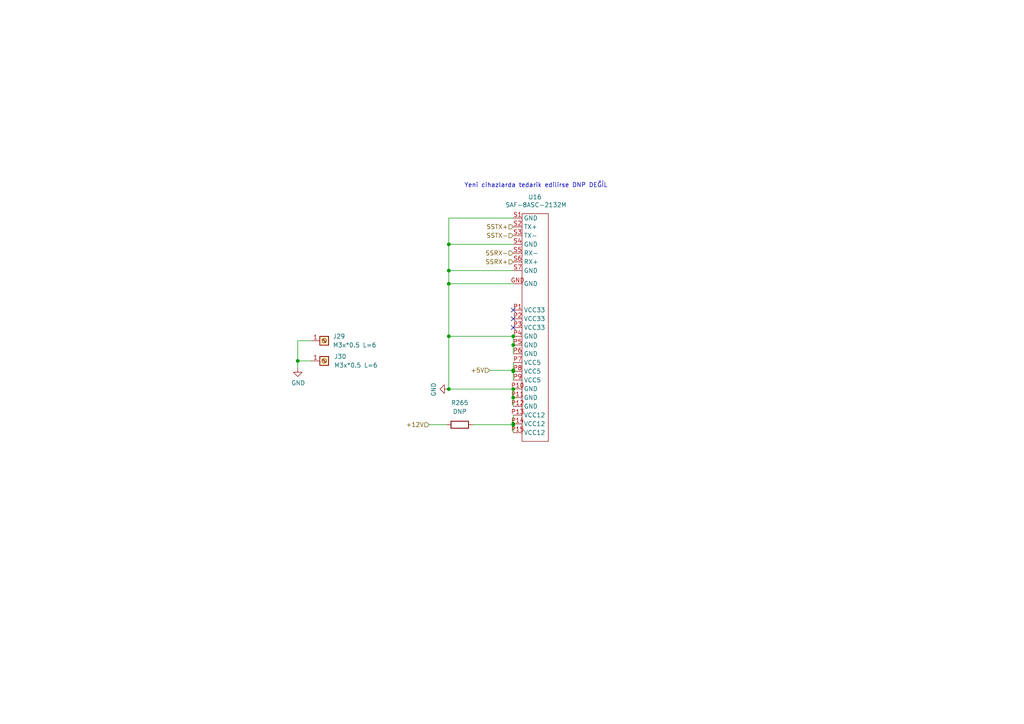
<source format=kicad_sch>
(kicad_sch (version 20231120) (generator "eeschema") (generator_version "8.0")
  (paper "A4")
  (lib_symbols
    (symbol "Connector:Screw_Terminal_01x01" (pin_names (offset 1.016) hide)
      (property "Reference" "J29" (at 2.4847 1.2701 0))
      (property "Value" "M3x*0.5 L=6" (at 2.4847 -1.2699 0))
      (symbol "Screw_Terminal_01x01_1_1"
        (rectangle (start -1.27 1.27) (end 1.27 -1.27) (stroke (width 0.254)) (fill (type background)))
        (polyline (pts (xy -0.5334 0.3302) (xy 0.3302 -0.508)) (stroke (width 0.1524)))
        (polyline (pts (xy -0.3556 0.508) (xy 0.508 -0.3302)) (stroke (width 0.1524)))
        (circle (center 0 0) (radius 0.635) (stroke (width 0.1524)))
        (pin input line (at -3.81 0 0) (length 2.54) (name "1") (number "1"))
      )
    )
    (symbol "Device:R" (pin_numbers hide) (pin_names (offset 0))
      (property "Reference" "R" (at 2.032 0 90))
      (property "Value" "R" (at 0 0 90))
      (symbol "R_0_1"
        (rectangle (start -1.016 -2.54) (end 1.016 2.54) (stroke (width 0.254)))
      )
      (symbol "R_1_1"
        (pin passive line (at 0 3.81 270) (length 1.27) (name "~") (number "1"))
        (pin passive line (at 0 -3.81 90) (length 1.27) (name "~") (number "2"))
      )
    )
    (symbol "SATA:SATA"
      (property "Reference" "U16" (at -1.8016 9.6551 0))
      (property "Value" "5622-1200-ML" (at 1.5004 7.6231 0))
      (symbol "SATA_0_1"
        (rectangle (start -2.54 5.08) (end 5.08 -60.96))
      )
      (symbol "SATA_1_1"
        (pin input line (at -5.08 -15.24 0) (length 2.54) (name "GND") (number "GND"))
        (pin input line (at -5.08 -22.86 0) (length 2.54) (name "VCC33") (number "P1"))
        (pin input line (at -5.08 -45.72 0) (length 2.54) (name "GND") (number "P10"))
        (pin input line (at -5.08 -48.26 0) (length 2.54) (name "GND") (number "P11"))
        (pin input line (at -5.08 -50.8 0) (length 2.54) (name "GND") (number "P12"))
        (pin input line (at -5.08 -53.34 0) (length 2.54) (name "VCC12") (number "P13"))
        (pin input line (at -5.08 -55.88 0) (length 2.54) (name "VCC12") (number "P14"))
        (pin input line (at -5.08 -58.42 0) (length 2.54) (name "VCC12") (number "P15"))
        (pin input line (at -5.08 -25.4 0) (length 2.54) (name "VCC33") (number "P2"))
        (pin input line (at -5.08 -27.94 0) (length 2.54) (name "VCC33") (number "P3"))
        (pin input line (at -5.08 -30.48 0) (length 2.54) (name "GND") (number "P4"))
        (pin input line (at -5.08 -33.02 0) (length 2.54) (name "GND") (number "P5"))
        (pin input line (at -5.08 -35.56 0) (length 2.54) (name "GND") (number "P6"))
        (pin input line (at -5.08 -38.1 0) (length 2.54) (name "VCC5") (number "P7"))
        (pin input line (at -5.08 -40.64 0) (length 2.54) (name "VCC5") (number "P8"))
        (pin input line (at -5.08 -43.18 0) (length 2.54) (name "VCC5") (number "P9"))
        (pin input line (at -5.08 3.81 0) (length 2.54) (name "GND") (number "S1"))
        (pin input line (at -5.08 1.27 0) (length 2.54) (name "TX+") (number "S2"))
        (pin input line (at -5.08 -1.27 0) (length 2.54) (name "TX-") (number "S3"))
        (pin input line (at -5.08 -3.81 0) (length 2.54) (name "GND") (number "S4"))
        (pin input line (at -5.08 -6.35 0) (length 2.54) (name "RX-") (number "S5"))
        (pin input line (at -5.08 -8.89 0) (length 2.54) (name "RX+") (number "S6"))
        (pin input line (at -5.08 -11.43 0) (length 2.54) (name "GND") (number "S7"))
      )
    )
    (symbol "Screw_Terminal_01x01_1" (pin_names (offset 1.016) hide)
      (property "Reference" "J30" (at 2.8515 1.2701 0))
      (property "Value" "M3x*0.5 L=6" (at 2.8515 -1.2699 0))
      (symbol "Screw_Terminal_01x01_1_1_1"
        (rectangle (start -1.27 1.27) (end 1.27 -1.27) (stroke (width 0.254)) (fill (type background)))
        (polyline (pts (xy -0.5334 0.3302) (xy 0.3302 -0.508)) (stroke (width 0.1524)))
        (polyline (pts (xy -0.3556 0.508) (xy 0.508 -0.3302)) (stroke (width 0.1524)))
        (circle (center 0 0) (radius 0.635) (stroke (width 0.1524)))
        (pin input line (at -3.81 0 0) (length 2.54) (name "1") (number "1"))
      )
    )
    (symbol "power:GND" (power) (pin_names (offset 0))
      (property "Value" "GND" (at 0 -3.81 0))
      (symbol "GND_0_1"
        (polyline (pts (xy 0 0) (xy 0 -1.27) (xy 1.27 -1.27) (xy 0 -2.54) (xy -1.27 -1.27) (xy 0 -1.27)))
      )
      (symbol "GND_1_1"
        (pin power_in line (at 0 0 270) (length 0) hide (name "GND") (number "1"))
      )
    )
  )
  (junction (at 148.8676 107.4096))
  (junction (at 130.166 78.4891))
  (junction (at 148.8676 97.5391))
  (junction (at 148.8676 100.0791))
  (junction (at 148.8676 112.8509))
  (junction (at 130.166 70.8691))
  (junction (at 130.166 97.5391))
  (junction (at 130.166 112.8509))
  (junction (at 148.8676 122.9391))
  (junction (at 148.8676 123.19))
  (junction (at 148.8676 115.3191))
  (junction (at 148.8676 107.6991))
  (junction (at 130.166 82.2991))
  (junction (at 86.36 104.681))
  (no_connect (at 148.8676 94.9991))
  (no_connect (at 148.8676 92.4591))
  (no_connect (at 148.8676 89.9191))
  (wire (pts (xy 86.36 98.8308) (xy 90.2253 98.8308)))
  (wire (pts (xy 137.16 123.19) (xy 148.8676 123.19)))
  (wire (pts (xy 86.36 104.681) (xy 86.36 98.8308)))
  (wire (pts (xy 130.166 112.8509) (xy 148.8676 112.8509)))
  (wire (pts (xy 148.8676 115.3191) (xy 148.8676 117.8591)))
  (wire (pts (xy 148.8676 102.6191) (xy 148.8676 100.0791)))
  (wire (pts (xy 130.166 82.2991) (xy 130.166 97.5391)))
  (wire (pts (xy 148.8676 105.1591) (xy 148.8676 107.4096)))
  (wire (pts (xy 148.8676 112.7791) (xy 148.8676 112.8509)))
  (wire (pts (xy 130.166 97.5391) (xy 130.166 112.8509)))
  (wire (pts (xy 86.36 104.681) (xy 90.2253 104.681)))
  (wire (pts (xy 148.8676 107.4096) (xy 148.8676 107.6991)))
  (wire (pts (xy 130.166 78.4891) (xy 130.166 70.8691)))
  (wire (pts (xy 148.8676 120.3991) (xy 148.8676 122.9391)))
  (wire (pts (xy 130.166 63.2491) (xy 130.166 70.8691)))
  (wire (pts (xy 148.8676 107.4096) (xy 141.9867 107.4096)))
  (wire (pts (xy 148.8676 97.5391) (xy 130.166 97.5391)))
  (wire (pts (xy 124.46 123.19) (xy 129.54 123.19)))
  (wire (pts (xy 148.8676 78.4891) (xy 130.166 78.4891)))
  (wire (pts (xy 148.8676 123.19) (xy 148.8676 125.4791)))
  (wire (pts (xy 148.8676 112.8509) (xy 148.8676 115.3191)))
  (wire (pts (xy 148.8676 110.2391) (xy 148.8676 107.6991)))
  (wire (pts (xy 148.8676 122.9391) (xy 148.8676 123.19)))
  (wire (pts (xy 130.166 78.4891) (xy 130.166 82.2991)))
  (wire (pts (xy 148.8676 63.2491) (xy 130.166 63.2491)))
  (wire (pts (xy 130.166 70.8691) (xy 148.8676 70.8691)))
  (wire (pts (xy 148.8676 100.0791) (xy 148.8676 97.5391)))
  (wire (pts (xy 86.36 106.68) (xy 86.36 104.681)))
  (wire (pts (xy 148.8676 82.2991) (xy 130.166 82.2991)))
  (text "Yeni cihazlarda tedarik edilirse DNP DEĞİL\n" (at 155.448 53.848 0) (effects (font (size 1.27 1.27))))
  (hierarchical_label "SSTX-" (shape input) (at 148.8676 68.3291 180))
  (hierarchical_label "+5V" (shape input) (at 141.9867 107.4096 180))
  (hierarchical_label "SSRX-" (shape input) (at 148.8676 73.4091 180))
  (hierarchical_label "+12V" (shape input) (at 124.46 123.19 180))
  (hierarchical_label "SSTX+" (shape input) (at 148.8676 65.7891 180))
  (hierarchical_label "SSRX+" (shape input) (at 148.8676 75.9491 180))
  (symbol (lib_id "power:GND") (at 86.36 106.68 0) (unit 1)
    (property "Reference" "#PWR075" (effects (hide yes)))
    (property "Value" "GND" (at 86.487 111.0742 0))
  )
  (symbol (lib_name "Screw_Terminal_01x01_1") (lib_id "Connector:Screw_Terminal_01x01") (at 94.0353 104.681 0) (unit 1)
    (property "Reference" "J30" (at 96.8868 103.4109 0) (effects (justify left)))
    (property "Value" "M3x*0.5 L=6" (at 96.8868 105.9509 0) (effects (justify left)))
    (property "Footprint" "Footprint:Screw Terminal Shinbo" (effects (hide yes)))
    (property "Description" "Board mounting elevator    M3 hole size, 4 pins PCB-64-M3" (effects (hide yes)))
    (property "MPN" "SMTSO-M3-6ET" (effects (hide yes)))
  )
  (symbol (lib_id "SATA:SATA") (at 153.9476 67.0591 0) (unit 1)
    (property "Reference" "U16" (at 153.162 57.15 0) (effects (justify left)))
    (property "Value" "SAF-8ASC-2132M" (at 155.448 59.436 0))
    (property "Footprint" "SATA_Connector:SATA_Connector_5622-1200-ML" (effects (hide yes)))
    (property "MPN" "SAF-8ASC-2132M" (effects (hide yes)))
  )
  (symbol (lib_id "power:GND") (at 130.166 112.8509 270) (unit 1)
    (property "Reference" "#PWR069" (effects (hide yes)))
    (property "Value" "GND" (at 125.7718 112.9779 0))
  )
  (symbol (lib_id "Connector:Screw_Terminal_01x01") (at 94.0353 98.8308 0) (unit 1)
    (property "Reference" "J29" (at 96.52 97.5607 0) (effects (justify left)))
    (property "Value" "M3x*0.5 L=6" (at 96.52 100.1007 0) (effects (justify left)))
    (property "Footprint" "Footprint:Screw Terminal Shinbo" (effects (hide yes)))
    (property "Description" "Board mounting elevator    M3 hole size, 4 pins PCB-64-M3" (effects (hide yes)))
    (property "MPN" "SMTSO-M3-6ET" (effects (hide yes)))
  )
  (symbol (lib_id "Device:R") (at 133.35 123.19 270) (unit 1)
    (property "Reference" "R265" (at 133.35 116.84 90))
    (property "Value" "DNP" (at 133.35 119.38 90))
    (property "Footprint" "Resistor_SMD:R_0603_1608Metric" (effects (hide yes)))
    (property "Description" "Resistor" (effects (hide yes)))
  )
)
</source>
